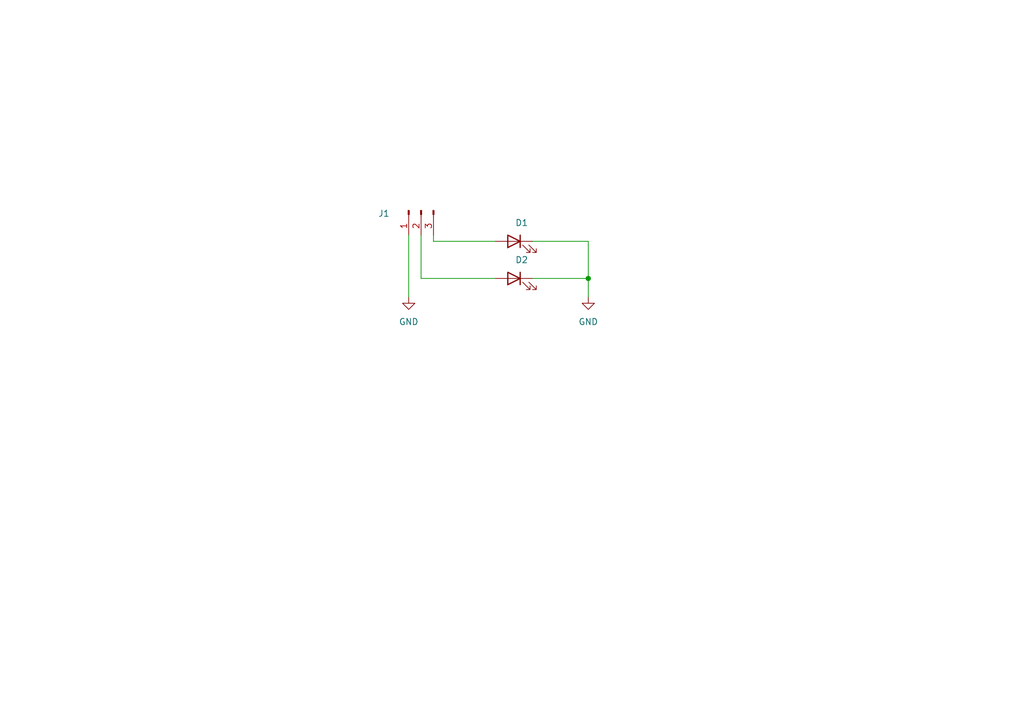
<source format=kicad_sch>
(kicad_sch (version 20211123) (generator eeschema)
  (paper "A5")
  (title_block (title "Placa MECA-LEDS") (date "2024-10-31") (rev "1") (company "URJC") (comment 1 "Autor:Sofía") (comment 2 "Placa con dos LEDs para Arduino Uno/Alhambra II"))
  (lib_symbols
    (symbol "Connector:Conn_01x03_Male" (pin_names (offset 1.016) hide)
      (property "Reference" "J" (at 0 5.08 0))
      (property "Value" "Conn_01x03_Male" (at 0 -5.08 0))
      (symbol "Conn_01x03_Male_1_1"
        (polyline (pts (xy 1.27 -2.54) (xy 0.8636 -2.54)) (stroke (width 0.1524)))
        (polyline (pts (xy 1.27 0) (xy 0.8636 0)) (stroke (width 0.1524)))
        (polyline (pts (xy 1.27 2.54) (xy 0.8636 2.54)) (stroke (width 0.1524)))
        (rectangle (start 0.8636 -2.413) (end 0 -2.667) (stroke (width 0.1524)) (fill (type outline)))
        (rectangle (start 0.8636 0.127) (end 0 -0.127) (stroke (width 0.1524)) (fill (type outline)))
        (rectangle (start 0.8636 2.667) (end 0 2.413) (stroke (width 0.1524)) (fill (type outline)))
        (pin passive line (at 5.08 2.54 180) (length 3.81) (name "Pin_1") (number "1"))
        (pin passive line (at 5.08 0 180) (length 3.81) (name "Pin_2") (number "2"))
        (pin passive line (at 5.08 -2.54 180) (length 3.81) (name "Pin_3") (number "3"))
      )
    )
    (symbol "Device:LED" (pin_numbers hide) (pin_names (offset 1.016) hide)
      (property "Reference" "D" (at 0 2.54 0))
      (property "Value" "LED" (at 0 -2.54 0))
      (symbol "LED_0_1"
        (polyline (pts (xy -1.27 -1.27) (xy -1.27 1.27)) (stroke (width 0.254)))
        (polyline (pts (xy -1.27 0) (xy 1.27 0)))
        (polyline (pts (xy 1.27 -1.27) (xy 1.27 1.27) (xy -1.27 0) (xy 1.27 -1.27)) (stroke (width 0.254)))
        (polyline (pts (xy -3.048 -0.762) (xy -4.572 -2.286) (xy -3.81 -2.286) (xy -4.572 -2.286) (xy -4.572 -1.524)))
        (polyline (pts (xy -1.778 -0.762) (xy -3.302 -2.286) (xy -2.54 -2.286) (xy -3.302 -2.286) (xy -3.302 -1.524)))
      )
      (symbol "LED_1_1"
        (pin passive line (at -3.81 0 0) (length 2.54) (name "K") (number "1"))
        (pin passive line (at 3.81 0 180) (length 2.54) (name "A") (number "2"))
      )
    )
    (symbol "power:GND" (power) (pin_names (offset 0))
      (property "Value" "GND" (at 0 -3.81 0))
      (symbol "GND_0_1"
        (polyline (pts (xy 0 0) (xy 0 -1.27) (xy 1.27 -1.27) (xy 0 -2.54) (xy -1.27 -1.27) (xy 0 -1.27)))
      )
      (symbol "GND_1_1"
        (pin power_in line (at 0 0 270) (length 0) hide (name "GND") (number "1"))
      )
    )
  )
  (junction (at 120.65 57.15))
  (wire (pts (xy 120.65 49.53) (xy 120.65 57.15)))
  (wire (pts (xy 83.82 48.26) (xy 83.82 60.96)))
  (wire (pts (xy 86.36 48.26) (xy 86.36 57.15)))
  (wire (pts (xy 109.22 57.15) (xy 120.65 57.15)))
  (wire (pts (xy 86.36 57.15) (xy 101.6 57.15)))
  (wire (pts (xy 88.9 49.53) (xy 101.6 49.53)))
  (wire (pts (xy 88.9 48.26) (xy 88.9 49.53)))
  (wire (pts (xy 120.65 57.15) (xy 120.65 60.96)))
  (wire (pts (xy 109.22 49.53) (xy 120.65 49.53)))
  (symbol (lib_id "Connector:Conn_01x03_Male") (at 86.36 43.18 90) (mirror x) (unit 1)
    (property "Reference" "J1" (at 78.74 43.815 90))
    (property "Value" "Conn_01x03_Male" (effects hide))
  )
  (symbol (lib_id "Device:LED") (at 105.41 49.53 0) (mirror y) (unit 1)
    (property "Reference" "D1" (at 106.9975 45.72 0))
    (property "Value" "LED" (effects hide))
  )
  (symbol (lib_id "power:GND") (at 120.65 60.96 0) (unit 1)
    (property "Reference" "#PWR?" (effects hide))
    (property "Value" "GND" (at 120.65 66.04 0))
  )
  (symbol (lib_id "Device:LED") (at 105.41 57.15 0) (mirror y) (unit 1)
    (property "Reference" "D2" (at 106.9975 53.34 0))
    (property "Value" "LED" (effects hide))
  )
  (symbol (lib_id "power:GND") (at 83.82 60.96 0) (unit 1)
    (property "Reference" "#PWR?" (effects hide))
    (property "Value" "GND" (at 83.82 66.04 0))
  )
)
</source>
